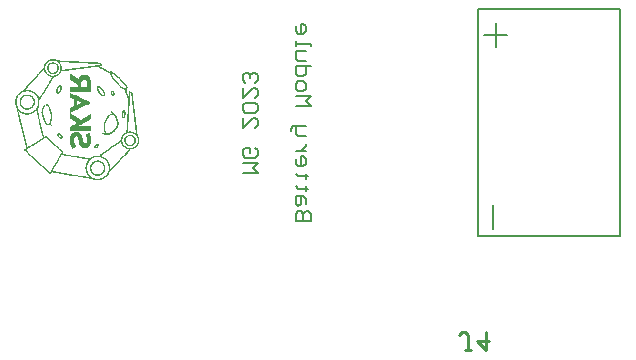
<source format=gbr>
%TF.GenerationSoftware,Altium Limited,Altium Designer,23.7.1 (13)*%
G04 Layer_Color=32896*
%FSLAX45Y45*%
%MOMM*%
%TF.SameCoordinates,30466DDA-3D0C-41F1-AC50-7AA24E5CAA7F*%
%TF.FilePolarity,Positive*%
%TF.FileFunction,Legend,Bot*%
%TF.Part,Single*%
G01*
G75*
%TA.AperFunction,NonConductor*%
%ADD14C,0.20000*%
%ADD15C,0.25400*%
G36*
X1226378Y2032234D02*
X1234449D01*
Y2028199D01*
X1262697D01*
Y2024163D01*
X1343405D01*
Y2020128D01*
X1424114D01*
Y2016092D01*
X1504823D01*
Y2012057D01*
X1585531D01*
Y2008022D01*
X1609744D01*
Y2003986D01*
X1613779D01*
Y1995915D01*
X1617815D01*
Y1987845D01*
X1621850D01*
Y1975738D01*
X1601673D01*
Y1971703D01*
X1609744D01*
Y1967667D01*
X1617815D01*
Y1963632D01*
X1625886D01*
Y1959597D01*
X1633957D01*
Y1955561D01*
X1642027D01*
Y1951526D01*
X1650098D01*
Y1947490D01*
X1654134D01*
Y1943455D01*
X1662205D01*
Y1939419D01*
X1670276D01*
Y1935384D01*
X1678346D01*
Y1931348D01*
X1690453D01*
Y1935384D01*
X1706594D01*
Y1931348D01*
X1710630D01*
Y1927313D01*
X1714665D01*
Y1923278D01*
X1722736D01*
Y1919242D01*
X1726772D01*
Y1915207D01*
X1730807D01*
Y1911171D01*
X1734842D01*
Y1907136D01*
X1738878D01*
Y1903100D01*
X1742913D01*
Y1899065D01*
X1746949D01*
Y1895029D01*
X1750984D01*
Y1890994D01*
X1755020D01*
Y1886959D01*
X1763090D01*
Y1882923D01*
X1767126D01*
Y1878888D01*
X1771161D01*
Y1874852D01*
X1775197D01*
Y1870817D01*
X1779232D01*
Y1866782D01*
X1783268D01*
Y1862746D01*
X1787303D01*
Y1858711D01*
X1791339D01*
Y1854675D01*
X1795374D01*
Y1850640D01*
X1799409D01*
Y1846604D01*
X1803445D01*
Y1842569D01*
X1807480D01*
Y1838534D01*
X1811516D01*
Y1834498D01*
X1815551D01*
Y1830463D01*
X1819586D01*
Y1826427D01*
X1823622D01*
Y1818356D01*
X1827657D01*
Y1810285D01*
X1831693D01*
Y1802215D01*
X1835728D01*
Y1790108D01*
X1831693D01*
Y1782038D01*
X1827657D01*
Y1757825D01*
X1831693D01*
Y1741683D01*
X1835728D01*
Y1733612D01*
X1839764D01*
Y1721506D01*
X1843799D01*
Y1765896D01*
X1847835D01*
Y1769931D01*
X1851870D01*
Y1765896D01*
X1859941D01*
Y1761860D01*
X1868012D01*
Y1757825D01*
X1876083D01*
Y1753789D01*
X1880118D01*
Y1721506D01*
X1884153D01*
Y1685187D01*
X1888189D01*
Y1652904D01*
X1892224D01*
Y1616585D01*
X1896260D01*
Y1580266D01*
X1900295D01*
Y1543947D01*
X1904330D01*
Y1511663D01*
X1908366D01*
Y1475345D01*
X1912402D01*
Y1439026D01*
X1916437D01*
Y1402707D01*
X1920472D01*
Y1386565D01*
X1924508D01*
Y1378494D01*
X1928543D01*
Y1370423D01*
X1932579D01*
Y1330069D01*
X1928543D01*
Y1317963D01*
X1924508D01*
Y1309892D01*
X1920472D01*
Y1305856D01*
X1916437D01*
Y1297786D01*
X1912402D01*
Y1293750D01*
X1908366D01*
Y1289715D01*
X1904330D01*
Y1285679D01*
X1896260D01*
Y1281644D01*
X1888189D01*
Y1277608D01*
X1880118D01*
Y1273573D01*
X1859941D01*
Y1265502D01*
X1855905D01*
Y1261467D01*
X1851870D01*
Y1257431D01*
X1847835D01*
Y1253396D01*
X1843799D01*
Y1249360D01*
X1839764D01*
Y1241289D01*
X1835728D01*
Y1237254D01*
X1831693D01*
Y1233219D01*
X1827657D01*
Y1229183D01*
X1823622D01*
Y1225148D01*
X1819586D01*
Y1221112D01*
X1815551D01*
Y1217077D01*
X1811516D01*
Y1213042D01*
X1807480D01*
Y1209006D01*
X1803445D01*
Y1204971D01*
X1799409D01*
Y1200935D01*
X1795374D01*
Y1196900D01*
X1791339D01*
Y1192864D01*
X1787303D01*
Y1188829D01*
X1783268D01*
Y1184793D01*
X1779232D01*
Y1180758D01*
X1775197D01*
Y1176723D01*
X1771161D01*
Y1172687D01*
X1767126D01*
Y1168652D01*
X1763090D01*
Y1164616D01*
X1759055D01*
Y1160581D01*
X1755020D01*
Y1156545D01*
X1750984D01*
Y1152510D01*
X1746949D01*
Y1148474D01*
X1742913D01*
Y1144439D01*
X1738878D01*
Y1140404D01*
X1734842D01*
Y1132333D01*
X1730807D01*
Y1128297D01*
X1726772D01*
Y1124262D01*
X1722736D01*
Y1120226D01*
X1718701D01*
Y1116191D01*
X1714665D01*
Y1112156D01*
X1710630D01*
Y1108120D01*
X1706594D01*
Y1104085D01*
X1702559D01*
Y1100049D01*
X1698523D01*
Y1096014D01*
X1694488D01*
Y1091979D01*
X1690453D01*
Y1087943D01*
X1686417D01*
Y1083908D01*
X1682382D01*
Y1079872D01*
X1678346D01*
Y1071801D01*
X1674311D01*
Y1059695D01*
X1670276D01*
Y1055660D01*
X1666240D01*
Y1051624D01*
X1662205D01*
Y1043553D01*
X1658169D01*
Y1039518D01*
X1654134D01*
Y1035482D01*
X1646063D01*
Y1031447D01*
X1642027D01*
Y1027411D01*
X1637992D01*
Y1023376D01*
X1629921D01*
Y1019341D01*
X1617815D01*
Y1015305D01*
X1605708D01*
Y1011270D01*
X1561319D01*
Y1015305D01*
X1545177D01*
Y1019341D01*
X1529035D01*
Y1023376D01*
X1504823D01*
Y1027411D01*
X1480610D01*
Y1031447D01*
X1460433D01*
Y1035482D01*
X1436220D01*
Y1039518D01*
X1412008D01*
Y1043553D01*
X1391831D01*
Y1047589D01*
X1367618D01*
Y1051624D01*
X1343405D01*
Y1055660D01*
X1323228D01*
Y1059695D01*
X1299016D01*
Y1063730D01*
X1274803D01*
Y1067766D01*
X1250590D01*
Y1071801D01*
X1230413D01*
Y1075837D01*
X1206201D01*
Y1079872D01*
X1194094D01*
Y1075837D01*
X1190059D01*
Y1067766D01*
X1186024D01*
Y1063730D01*
X1181988D01*
Y1059695D01*
X1177953D01*
Y1063730D01*
X1173917D01*
Y1067766D01*
X1169882D01*
Y1071801D01*
X1165846D01*
Y1075837D01*
X1161811D01*
Y1079872D01*
X1157775D01*
Y1083908D01*
X1153740D01*
Y1087943D01*
X1149705D01*
Y1091979D01*
X1145669D01*
Y1096014D01*
X1141634D01*
Y1100049D01*
X1133563D01*
Y1104085D01*
X1129527D01*
Y1108120D01*
X1125492D01*
Y1112156D01*
X1121456D01*
Y1116191D01*
X1117421D01*
Y1120226D01*
X1113386D01*
Y1124262D01*
X1109350D01*
Y1128297D01*
X1105315D01*
Y1132333D01*
X1101279D01*
Y1136368D01*
X1097244D01*
Y1140404D01*
X1093209D01*
Y1144439D01*
X1089173D01*
Y1148474D01*
X1085138D01*
Y1152510D01*
X1077067D01*
Y1156545D01*
X1073031D01*
Y1160581D01*
X1068996D01*
Y1164616D01*
X1064961D01*
Y1168652D01*
X1060925D01*
Y1172687D01*
X1056890D01*
Y1176723D01*
X1052854D01*
Y1180758D01*
X1048819D01*
Y1184793D01*
X1044783D01*
Y1188829D01*
X1040748D01*
Y1192864D01*
X1036712D01*
Y1196900D01*
X1032677D01*
Y1200935D01*
X1028642D01*
Y1204971D01*
X1020571D01*
Y1209006D01*
X1016535D01*
Y1213042D01*
X1012500D01*
Y1217077D01*
X1008464D01*
Y1221112D01*
X1004429D01*
Y1225148D01*
X1000393D01*
Y1229183D01*
X996358D01*
Y1233219D01*
X992323D01*
Y1237254D01*
X988287D01*
Y1241289D01*
X984252D01*
Y1245325D01*
X980216D01*
Y1249360D01*
X976181D01*
Y1253396D01*
X972146D01*
Y1257431D01*
X964075D01*
Y1261467D01*
X960039D01*
Y1265502D01*
X956004D01*
Y1273573D01*
X964075D01*
Y1277608D01*
X972146D01*
Y1281644D01*
X976181D01*
Y1293750D01*
X972146D01*
Y1309892D01*
X968110D01*
Y1326033D01*
X964075D01*
Y1342175D01*
X960039D01*
Y1358317D01*
X956004D01*
Y1374459D01*
X951968D01*
Y1394636D01*
X947933D01*
Y1410778D01*
X943898D01*
Y1426919D01*
X939862D01*
Y1443061D01*
X935827D01*
Y1459203D01*
X931791D01*
Y1475345D01*
X927756D01*
Y1491486D01*
X923720D01*
Y1507628D01*
X919685D01*
Y1527805D01*
X915649D01*
Y1543947D01*
X911614D01*
Y1560089D01*
X907579D01*
Y1576230D01*
X903543D01*
Y1592372D01*
X899508D01*
Y1608514D01*
X895472D01*
Y1624656D01*
X891437D01*
Y1636762D01*
X887402D01*
Y1648868D01*
X883366D01*
Y1697293D01*
X887402D01*
Y1713435D01*
X891437D01*
Y1721506D01*
X895472D01*
Y1729577D01*
X899508D01*
Y1733612D01*
X903543D01*
Y1737648D01*
X907579D01*
Y1745719D01*
X915649D01*
Y1749754D01*
X919685D01*
Y1753789D01*
X923720D01*
Y1757825D01*
X927756D01*
Y1761860D01*
X935827D01*
Y1765896D01*
X943898D01*
Y1769931D01*
X947933D01*
Y1773966D01*
X951968D01*
Y1778002D01*
X956004D01*
Y1782038D01*
X960039D01*
Y1786073D01*
X964075D01*
Y1790108D01*
X968110D01*
Y1794144D01*
X972146D01*
Y1798179D01*
X976181D01*
Y1806250D01*
X980216D01*
Y1810285D01*
X984252D01*
Y1814321D01*
X988287D01*
Y1818356D01*
X992323D01*
Y1822392D01*
X996358D01*
Y1826427D01*
X1000393D01*
Y1830463D01*
X1004429D01*
Y1834498D01*
X1008464D01*
Y1838534D01*
X1012500D01*
Y1842569D01*
X1016535D01*
Y1846604D01*
X1020571D01*
Y1854675D01*
X1024606D01*
Y1858711D01*
X1028642D01*
Y1862746D01*
X1032677D01*
Y1866782D01*
X1036712D01*
Y1870817D01*
X1040748D01*
Y1874852D01*
X1044783D01*
Y1878888D01*
X1048819D01*
Y1882923D01*
X1052854D01*
Y1886959D01*
X1056890D01*
Y1890994D01*
X1060925D01*
Y1895029D01*
X1064961D01*
Y1903100D01*
X1068996D01*
Y1907136D01*
X1073031D01*
Y1911171D01*
X1077067D01*
Y1915207D01*
X1081102D01*
Y1919242D01*
X1085138D01*
Y1923278D01*
X1089173D01*
Y1927313D01*
X1093209D01*
Y1931348D01*
X1097244D01*
Y1935384D01*
X1101279D01*
Y1939419D01*
X1105315D01*
Y1943455D01*
X1109350D01*
Y1951526D01*
X1113386D01*
Y1955561D01*
X1117421D01*
Y1959597D01*
X1125492D01*
Y1975738D01*
X1129527D01*
Y1991880D01*
X1133563D01*
Y1999951D01*
X1137598D01*
Y2003986D01*
X1141634D01*
Y2008022D01*
X1145669D01*
Y2016092D01*
X1149705D01*
Y2020128D01*
X1157775D01*
Y2024163D01*
X1161811D01*
Y2028199D01*
X1169882D01*
Y2032234D01*
X1181988D01*
Y2036270D01*
X1226378D01*
Y2032234D01*
D02*
G37*
%LPC*%
G36*
X1339370Y2012057D02*
X1262697D01*
Y2008022D01*
X1266732D01*
Y1999951D01*
X1270768D01*
Y1991880D01*
X1274803D01*
Y1979774D01*
X1278838D01*
Y1947490D01*
X1303051D01*
Y1951526D01*
X1335335D01*
Y1955561D01*
X1367618D01*
Y1959597D01*
X1399901D01*
Y1963632D01*
X1432185D01*
Y1967667D01*
X1464468D01*
Y1971703D01*
X1496752D01*
Y1975738D01*
X1529035D01*
Y1979774D01*
X1561319D01*
Y1983809D01*
X1593602D01*
Y1987845D01*
X1605708D01*
Y1991880D01*
X1601673D01*
Y1995915D01*
X1581496D01*
Y1999951D01*
X1500787D01*
Y2003986D01*
X1420079D01*
Y2008022D01*
X1339370D01*
Y2012057D01*
D02*
G37*
G36*
X1222342Y2024163D02*
X1181988D01*
Y2020128D01*
X1173917D01*
Y2016092D01*
X1165846D01*
Y2012057D01*
X1161811D01*
Y2008022D01*
X1153740D01*
Y1999951D01*
X1149705D01*
Y1995915D01*
X1145669D01*
Y1987845D01*
X1141634D01*
Y1975738D01*
X1137598D01*
Y1943455D01*
X1141634D01*
Y1935384D01*
X1145669D01*
Y1927313D01*
X1149705D01*
Y1919242D01*
X1153740D01*
Y1915207D01*
X1157775D01*
Y1911171D01*
X1161811D01*
Y1907136D01*
X1169882D01*
Y1903100D01*
X1177953D01*
Y1899065D01*
X1190059D01*
Y1895029D01*
X1214272D01*
Y1899065D01*
X1226378D01*
Y1903100D01*
X1234449D01*
Y1907136D01*
X1242519D01*
Y1911171D01*
X1246555D01*
Y1915207D01*
X1250590D01*
Y1919242D01*
X1254626D01*
Y1923278D01*
X1258661D01*
Y1931348D01*
X1262697D01*
Y1943455D01*
X1266732D01*
Y1979774D01*
X1262697D01*
Y1991880D01*
X1258661D01*
Y1995915D01*
X1254626D01*
Y2003986D01*
X1250590D01*
Y2008022D01*
X1246555D01*
Y2012057D01*
X1238484D01*
Y2016092D01*
X1234449D01*
Y2020128D01*
X1222342D01*
Y2024163D01*
D02*
G37*
G36*
X1706594Y1919242D02*
X1702559D01*
Y1903100D01*
X1706594D01*
Y1895029D01*
X1710630D01*
Y1886959D01*
X1714665D01*
Y1878888D01*
X1718701D01*
Y1874852D01*
X1722736D01*
Y1870817D01*
X1726772D01*
Y1866782D01*
X1730807D01*
Y1862746D01*
X1734842D01*
Y1858711D01*
X1738878D01*
Y1854675D01*
X1742913D01*
Y1850640D01*
X1746949D01*
Y1842569D01*
X1750984D01*
Y1838534D01*
X1755020D01*
Y1834498D01*
X1759055D01*
Y1826427D01*
X1763090D01*
Y1822392D01*
X1767126D01*
Y1818356D01*
X1771161D01*
Y1814321D01*
X1775197D01*
Y1810285D01*
X1779232D01*
Y1806250D01*
X1783268D01*
Y1802215D01*
X1787303D01*
Y1798179D01*
X1795374D01*
Y1794144D01*
X1803445D01*
Y1790108D01*
X1819586D01*
Y1794144D01*
X1823622D01*
Y1798179D01*
X1819586D01*
Y1810285D01*
X1815551D01*
Y1814321D01*
X1811516D01*
Y1822392D01*
X1807480D01*
Y1826427D01*
X1803445D01*
Y1830463D01*
X1799409D01*
Y1834498D01*
X1795374D01*
Y1838534D01*
X1791339D01*
Y1842569D01*
X1787303D01*
Y1846604D01*
X1783268D01*
Y1850640D01*
X1779232D01*
Y1854675D01*
X1775197D01*
Y1858711D01*
X1771161D01*
Y1862746D01*
X1767126D01*
Y1866782D01*
X1763090D01*
Y1870817D01*
X1759055D01*
Y1874852D01*
X1750984D01*
Y1878888D01*
X1746949D01*
Y1882923D01*
X1742913D01*
Y1886959D01*
X1738878D01*
Y1890994D01*
X1734842D01*
Y1895029D01*
X1730807D01*
Y1899065D01*
X1726772D01*
Y1903100D01*
X1722736D01*
Y1907136D01*
X1718701D01*
Y1911171D01*
X1710630D01*
Y1915207D01*
X1706594D01*
Y1919242D01*
D02*
G37*
G36*
X972146Y1778002D02*
X968110D01*
Y1773966D01*
X972146D01*
Y1778002D01*
D02*
G37*
G36*
X1125492Y1947490D02*
X1121456D01*
Y1939419D01*
X1117421D01*
Y1935384D01*
X1113386D01*
Y1931348D01*
X1109350D01*
Y1927313D01*
X1105315D01*
Y1923278D01*
X1101279D01*
Y1919242D01*
X1097244D01*
Y1915207D01*
X1093209D01*
Y1911171D01*
X1089173D01*
Y1907136D01*
X1085138D01*
Y1903100D01*
X1081102D01*
Y1899065D01*
X1077067D01*
Y1890994D01*
X1073031D01*
Y1886959D01*
X1068996D01*
Y1882923D01*
X1064961D01*
Y1878888D01*
X1060925D01*
Y1874852D01*
X1056890D01*
Y1870817D01*
X1052854D01*
Y1866782D01*
X1048819D01*
Y1862746D01*
X1044783D01*
Y1858711D01*
X1040748D01*
Y1854675D01*
X1036712D01*
Y1850640D01*
X1032677D01*
Y1842569D01*
X1028642D01*
Y1838534D01*
X1024606D01*
Y1834498D01*
X1020571D01*
Y1830463D01*
X1016535D01*
Y1826427D01*
X1012500D01*
Y1822392D01*
X1008464D01*
Y1818356D01*
X1004429D01*
Y1814321D01*
X1000393D01*
Y1810285D01*
X996358D01*
Y1806250D01*
X992323D01*
Y1802215D01*
X988287D01*
Y1794144D01*
X984252D01*
Y1790108D01*
X980216D01*
Y1786073D01*
X976181D01*
Y1782038D01*
X972146D01*
Y1778002D01*
X1000393D01*
Y1773966D01*
X1020571D01*
Y1769931D01*
X1028642D01*
Y1765896D01*
X1036712D01*
Y1761860D01*
X1044783D01*
Y1757825D01*
X1048819D01*
Y1753789D01*
X1052854D01*
Y1749754D01*
X1060925D01*
Y1745719D01*
X1064961D01*
Y1741683D01*
X1068996D01*
Y1733612D01*
X1073031D01*
Y1729577D01*
X1077067D01*
Y1721506D01*
X1081102D01*
Y1713435D01*
X1085138D01*
Y1705364D01*
X1089173D01*
Y1713435D01*
X1093209D01*
Y1717471D01*
X1097244D01*
Y1725541D01*
X1101279D01*
Y1729577D01*
X1105315D01*
Y1737648D01*
X1109350D01*
Y1745719D01*
X1113386D01*
Y1749754D01*
X1117421D01*
Y1757825D01*
X1121456D01*
Y1761860D01*
X1125492D01*
Y1769931D01*
X1129527D01*
Y1778002D01*
X1133563D01*
Y1782038D01*
X1137598D01*
Y1790108D01*
X1141634D01*
Y1798179D01*
X1145669D01*
Y1802215D01*
X1149705D01*
Y1810285D01*
X1153740D01*
Y1814321D01*
X1157775D01*
Y1822392D01*
X1161811D01*
Y1830463D01*
X1165846D01*
Y1834498D01*
X1169882D01*
Y1842569D01*
X1173917D01*
Y1850640D01*
X1177953D01*
Y1854675D01*
X1181988D01*
Y1862746D01*
X1186024D01*
Y1866782D01*
X1190059D01*
Y1874852D01*
X1194094D01*
Y1886959D01*
X1177953D01*
Y1890994D01*
X1165846D01*
Y1895029D01*
X1161811D01*
Y1899065D01*
X1153740D01*
Y1903100D01*
X1149705D01*
Y1907136D01*
X1145669D01*
Y1911171D01*
X1141634D01*
Y1919242D01*
X1137598D01*
Y1923278D01*
X1133563D01*
Y1931348D01*
X1129527D01*
Y1943455D01*
X1125492D01*
Y1947490D01*
D02*
G37*
G36*
X1004429Y1765896D02*
X972146D01*
Y1761860D01*
X956004D01*
Y1757825D01*
X943898D01*
Y1753789D01*
X939862D01*
Y1749754D01*
X931791D01*
Y1745719D01*
X927756D01*
Y1741683D01*
X923720D01*
Y1737648D01*
X919685D01*
Y1733612D01*
X915649D01*
Y1729577D01*
X911614D01*
Y1725541D01*
X907579D01*
Y1717471D01*
X903543D01*
Y1709400D01*
X899508D01*
Y1697293D01*
X895472D01*
Y1648868D01*
X899508D01*
Y1636762D01*
X903543D01*
Y1628691D01*
X907579D01*
Y1620620D01*
X911614D01*
Y1616585D01*
X915649D01*
Y1612549D01*
X919685D01*
Y1608514D01*
X923720D01*
Y1604478D01*
X927756D01*
Y1600443D01*
X931791D01*
Y1596408D01*
X935827D01*
Y1592372D01*
X943898D01*
Y1588337D01*
X956004D01*
Y1584301D01*
X968110D01*
Y1580266D01*
X1004429D01*
Y1584301D01*
X1016535D01*
Y1588337D01*
X1028642D01*
Y1592372D01*
X1036712D01*
Y1596408D01*
X1040748D01*
Y1600443D01*
X1044783D01*
Y1604478D01*
X1052854D01*
Y1608514D01*
X1056890D01*
Y1616585D01*
X1060925D01*
Y1620620D01*
X1064961D01*
Y1628691D01*
X1068996D01*
Y1636762D01*
X1073031D01*
Y1644833D01*
X1077067D01*
Y1701329D01*
X1073031D01*
Y1709400D01*
X1068996D01*
Y1717471D01*
X1064961D01*
Y1725541D01*
X1060925D01*
Y1729577D01*
X1056890D01*
Y1733612D01*
X1052854D01*
Y1741683D01*
X1044783D01*
Y1745719D01*
X1040748D01*
Y1749754D01*
X1036712D01*
Y1753789D01*
X1028642D01*
Y1757825D01*
X1020571D01*
Y1761860D01*
X1004429D01*
Y1765896D01*
D02*
G37*
G36*
X1064961Y1596408D02*
X1052854D01*
Y1592372D01*
X1048819D01*
Y1588337D01*
X1044783D01*
Y1584301D01*
X1036712D01*
Y1580266D01*
X1028642D01*
Y1576230D01*
X1020571D01*
Y1572195D01*
X1004429D01*
Y1568159D01*
X968110D01*
Y1572195D01*
X951968D01*
Y1576230D01*
X943898D01*
Y1580266D01*
X935827D01*
Y1584301D01*
X927756D01*
Y1588337D01*
X923720D01*
Y1592372D01*
X919685D01*
Y1596408D01*
X911614D01*
Y1592372D01*
X915649D01*
Y1576230D01*
X919685D01*
Y1560089D01*
X923720D01*
Y1543947D01*
X927756D01*
Y1527805D01*
X931791D01*
Y1511663D01*
X935827D01*
Y1495522D01*
X939862D01*
Y1479380D01*
X943898D01*
Y1459203D01*
X947933D01*
Y1443061D01*
X951968D01*
Y1426919D01*
X956004D01*
Y1410778D01*
X960039D01*
Y1394636D01*
X964075D01*
Y1378494D01*
X968110D01*
Y1362352D01*
X972146D01*
Y1346211D01*
X976181D01*
Y1330069D01*
X980216D01*
Y1309892D01*
X984252D01*
Y1293750D01*
X988287D01*
Y1289715D01*
X992323D01*
Y1293750D01*
X996358D01*
Y1297786D01*
X1004429D01*
Y1301821D01*
X1012500D01*
Y1305856D01*
X1016535D01*
Y1309892D01*
X1024606D01*
Y1313927D01*
X1028642D01*
Y1317963D01*
X1036712D01*
Y1321998D01*
X1044783D01*
Y1326033D01*
X1048819D01*
Y1330069D01*
X1056890D01*
Y1334105D01*
X1060925D01*
Y1338140D01*
X1068996D01*
Y1342175D01*
X1077067D01*
Y1346211D01*
X1081102D01*
Y1350246D01*
X1089173D01*
Y1354282D01*
X1097244D01*
Y1358317D01*
X1101279D01*
Y1362352D01*
X1109350D01*
Y1366388D01*
X1113386D01*
Y1370423D01*
X1117421D01*
Y1382530D01*
X1113386D01*
Y1398671D01*
X1109350D01*
Y1414813D01*
X1105315D01*
Y1430955D01*
X1101279D01*
Y1447096D01*
X1097244D01*
Y1463238D01*
X1093209D01*
Y1479380D01*
X1089173D01*
Y1495522D01*
X1085138D01*
Y1515699D01*
X1081102D01*
Y1531841D01*
X1077067D01*
Y1547982D01*
X1073031D01*
Y1564124D01*
X1068996D01*
Y1580266D01*
X1064961D01*
Y1596408D01*
D02*
G37*
G36*
X1859941Y1753789D02*
X1855905D01*
Y1705364D01*
X1851870D01*
Y1636762D01*
X1847835D01*
Y1568159D01*
X1843799D01*
Y1503593D01*
X1839764D01*
Y1434990D01*
X1835728D01*
Y1422884D01*
X1847835D01*
Y1426919D01*
X1868012D01*
Y1422884D01*
X1884153D01*
Y1418849D01*
X1892224D01*
Y1414813D01*
X1900295D01*
Y1410778D01*
X1904330D01*
Y1439026D01*
X1900295D01*
Y1475345D01*
X1896260D01*
Y1507628D01*
X1892224D01*
Y1543947D01*
X1888189D01*
Y1580266D01*
X1884153D01*
Y1616585D01*
X1880118D01*
Y1648868D01*
X1876083D01*
Y1685187D01*
X1872047D01*
Y1721506D01*
X1868012D01*
Y1749754D01*
X1859941D01*
Y1753789D01*
D02*
G37*
G36*
X1868012Y1414813D02*
X1847835D01*
Y1410778D01*
X1831693D01*
Y1406742D01*
X1823622D01*
Y1402707D01*
X1815551D01*
Y1398671D01*
X1811516D01*
Y1394636D01*
X1807480D01*
Y1390600D01*
X1803445D01*
Y1382530D01*
X1799409D01*
Y1374459D01*
X1795374D01*
Y1362352D01*
X1791339D01*
Y1334105D01*
X1795374D01*
Y1321998D01*
X1799409D01*
Y1313927D01*
X1803445D01*
Y1309892D01*
X1807480D01*
Y1301821D01*
X1811516D01*
Y1297786D01*
X1819586D01*
Y1293750D01*
X1823622D01*
Y1289715D01*
X1831693D01*
Y1285679D01*
X1880118D01*
Y1289715D01*
X1888189D01*
Y1293750D01*
X1896260D01*
Y1297786D01*
X1900295D01*
Y1301821D01*
X1904330D01*
Y1305856D01*
X1908366D01*
Y1313927D01*
X1912402D01*
Y1317963D01*
X1916437D01*
Y1330069D01*
X1920472D01*
Y1366388D01*
X1916437D01*
Y1378494D01*
X1912402D01*
Y1386565D01*
X1908366D01*
Y1390600D01*
X1904330D01*
Y1394636D01*
X1900295D01*
Y1398671D01*
X1896260D01*
Y1402707D01*
X1888189D01*
Y1406742D01*
X1880118D01*
Y1410778D01*
X1868012D01*
Y1414813D01*
D02*
G37*
G36*
X1577460Y1971703D02*
X1561319D01*
Y1967667D01*
X1529035D01*
Y1963632D01*
X1496752D01*
Y1959597D01*
X1464468D01*
Y1955561D01*
X1432185D01*
Y1951526D01*
X1399901D01*
Y1947490D01*
X1367618D01*
Y1943455D01*
X1335335D01*
Y1939419D01*
X1303051D01*
Y1935384D01*
X1274803D01*
Y1931348D01*
X1270768D01*
Y1923278D01*
X1266732D01*
Y1915207D01*
X1262697D01*
Y1911171D01*
X1258661D01*
Y1907136D01*
X1254626D01*
Y1903100D01*
X1250590D01*
Y1899065D01*
X1246555D01*
Y1895029D01*
X1238484D01*
Y1890994D01*
X1230413D01*
Y1886959D01*
X1214272D01*
Y1882923D01*
X1210236D01*
Y1878888D01*
X1206201D01*
Y1870817D01*
X1202165D01*
Y1866782D01*
X1198130D01*
Y1858711D01*
X1194094D01*
Y1854675D01*
X1190059D01*
Y1846604D01*
X1186024D01*
Y1838534D01*
X1181988D01*
Y1834498D01*
X1177953D01*
Y1826427D01*
X1173917D01*
Y1818356D01*
X1169882D01*
Y1814321D01*
X1165846D01*
Y1806250D01*
X1161811D01*
Y1802215D01*
X1157775D01*
Y1794144D01*
X1153740D01*
Y1786073D01*
X1149705D01*
Y1782038D01*
X1145669D01*
Y1773966D01*
X1141634D01*
Y1769931D01*
X1137598D01*
Y1761860D01*
X1133563D01*
Y1753789D01*
X1129527D01*
Y1749754D01*
X1125492D01*
Y1741683D01*
X1121456D01*
Y1733612D01*
X1117421D01*
Y1729577D01*
X1113386D01*
Y1721506D01*
X1109350D01*
Y1717471D01*
X1105315D01*
Y1709400D01*
X1101279D01*
Y1701329D01*
X1097244D01*
Y1697293D01*
X1093209D01*
Y1689222D01*
X1089173D01*
Y1644833D01*
X1085138D01*
Y1632726D01*
X1081102D01*
Y1624656D01*
X1077067D01*
Y1620620D01*
X1073031D01*
Y1596408D01*
X1077067D01*
Y1580266D01*
X1081102D01*
Y1564124D01*
X1085138D01*
Y1547982D01*
X1089173D01*
Y1531841D01*
X1093209D01*
Y1515699D01*
X1097244D01*
Y1499557D01*
X1101279D01*
Y1483415D01*
X1105315D01*
Y1463238D01*
X1109350D01*
Y1447096D01*
X1113386D01*
Y1430955D01*
X1117421D01*
Y1414813D01*
X1121456D01*
Y1398671D01*
X1125492D01*
Y1382530D01*
X1129527D01*
Y1378494D01*
X1133563D01*
Y1382530D01*
X1141634D01*
Y1386565D01*
X1145669D01*
Y1382530D01*
X1153740D01*
Y1378494D01*
X1157775D01*
Y1374459D01*
X1161811D01*
Y1370423D01*
X1165846D01*
Y1366388D01*
X1169882D01*
Y1362352D01*
X1173917D01*
Y1358317D01*
X1177953D01*
Y1354282D01*
X1181988D01*
Y1350246D01*
X1186024D01*
Y1346211D01*
X1190059D01*
Y1342175D01*
X1194094D01*
Y1338140D01*
X1198130D01*
Y1334105D01*
X1202165D01*
Y1330069D01*
X1210236D01*
Y1326033D01*
X1214272D01*
Y1321998D01*
X1218307D01*
Y1317963D01*
X1222342D01*
Y1313927D01*
X1226378D01*
Y1309892D01*
X1230413D01*
Y1305856D01*
X1234449D01*
Y1301821D01*
X1238484D01*
Y1297786D01*
X1242519D01*
Y1293750D01*
X1246555D01*
Y1289715D01*
X1250590D01*
Y1285679D01*
X1254626D01*
Y1281644D01*
X1258661D01*
Y1277608D01*
X1266732D01*
Y1273573D01*
X1270768D01*
Y1269537D01*
X1274803D01*
Y1265502D01*
X1278838D01*
Y1261467D01*
X1282874D01*
Y1257431D01*
X1286909D01*
Y1253396D01*
X1290945D01*
Y1245325D01*
X1286909D01*
Y1237254D01*
X1290945D01*
Y1233219D01*
X1315157D01*
Y1229183D01*
X1335335D01*
Y1225148D01*
X1359547D01*
Y1221112D01*
X1383760D01*
Y1217077D01*
X1403937D01*
Y1213042D01*
X1428150D01*
Y1209006D01*
X1452362D01*
Y1204971D01*
X1472539D01*
Y1200935D01*
X1496752D01*
Y1196900D01*
X1520964D01*
Y1200935D01*
X1525000D01*
Y1204971D01*
X1533071D01*
Y1209006D01*
X1541142D01*
Y1213042D01*
X1553248D01*
Y1217077D01*
X1577460D01*
Y1221112D01*
X1597638D01*
Y1225148D01*
X1601673D01*
Y1229183D01*
X1605708D01*
Y1233219D01*
X1613779D01*
Y1237254D01*
X1617815D01*
Y1241289D01*
X1625886D01*
Y1245325D01*
X1629921D01*
Y1249360D01*
X1637992D01*
Y1253396D01*
X1642027D01*
Y1257431D01*
X1646063D01*
Y1261467D01*
X1654134D01*
Y1265502D01*
X1658169D01*
Y1269537D01*
X1666240D01*
Y1273573D01*
X1670276D01*
Y1277608D01*
X1674311D01*
Y1281644D01*
X1682382D01*
Y1285679D01*
X1686417D01*
Y1289715D01*
X1694488D01*
Y1293750D01*
X1698523D01*
Y1297786D01*
X1702559D01*
Y1301821D01*
X1710630D01*
Y1305856D01*
X1714665D01*
Y1309892D01*
X1722736D01*
Y1313927D01*
X1726772D01*
Y1317963D01*
X1734842D01*
Y1321998D01*
X1738878D01*
Y1326033D01*
X1742913D01*
Y1330069D01*
X1750984D01*
Y1334105D01*
X1755020D01*
Y1338140D01*
X1763090D01*
Y1342175D01*
X1767126D01*
Y1346211D01*
X1771161D01*
Y1350246D01*
X1779232D01*
Y1366388D01*
X1783268D01*
Y1378494D01*
X1787303D01*
Y1386565D01*
X1791339D01*
Y1394636D01*
X1795374D01*
Y1398671D01*
X1799409D01*
Y1402707D01*
X1803445D01*
Y1406742D01*
X1807480D01*
Y1410778D01*
X1815551D01*
Y1414813D01*
X1819586D01*
Y1418849D01*
X1823622D01*
Y1439026D01*
X1827657D01*
Y1503593D01*
X1831693D01*
Y1572195D01*
X1835728D01*
Y1636762D01*
X1839764D01*
Y1697293D01*
X1835728D01*
Y1709400D01*
X1831693D01*
Y1721506D01*
X1827657D01*
Y1733612D01*
X1823622D01*
Y1741683D01*
X1819586D01*
Y1753789D01*
X1815551D01*
Y1778002D01*
X1803445D01*
Y1782038D01*
X1791339D01*
Y1786073D01*
X1787303D01*
Y1790108D01*
X1779232D01*
Y1794144D01*
X1775197D01*
Y1798179D01*
X1771161D01*
Y1802215D01*
X1767126D01*
Y1806250D01*
X1763090D01*
Y1810285D01*
X1759055D01*
Y1814321D01*
X1755020D01*
Y1818356D01*
X1750984D01*
Y1826427D01*
X1746949D01*
Y1830463D01*
X1742913D01*
Y1834498D01*
X1738878D01*
Y1838534D01*
X1734842D01*
Y1846604D01*
X1730807D01*
Y1850640D01*
X1726772D01*
Y1854675D01*
X1722736D01*
Y1858711D01*
X1714665D01*
Y1866782D01*
X1710630D01*
Y1870817D01*
X1706594D01*
Y1874852D01*
X1702559D01*
Y1882923D01*
X1698523D01*
Y1890994D01*
X1694488D01*
Y1903100D01*
X1690453D01*
Y1919242D01*
X1678346D01*
Y1923278D01*
X1670276D01*
Y1927313D01*
X1658169D01*
Y1931348D01*
X1654134D01*
Y1935384D01*
X1646063D01*
Y1939419D01*
X1637992D01*
Y1943455D01*
X1633957D01*
Y1947490D01*
X1625886D01*
Y1951526D01*
X1617815D01*
Y1955561D01*
X1605708D01*
Y1959597D01*
X1597638D01*
Y1963632D01*
X1589567D01*
Y1967667D01*
X1577460D01*
Y1971703D01*
D02*
G37*
G36*
X1779232Y1338140D02*
X1775197D01*
Y1334105D01*
X1771161D01*
Y1330069D01*
X1763090D01*
Y1326033D01*
X1759055D01*
Y1321998D01*
X1755020D01*
Y1317963D01*
X1746949D01*
Y1313927D01*
X1742913D01*
Y1309892D01*
X1734842D01*
Y1305856D01*
X1730807D01*
Y1301821D01*
X1726772D01*
Y1297786D01*
X1718701D01*
Y1293750D01*
X1714665D01*
Y1289715D01*
X1706594D01*
Y1285679D01*
X1702559D01*
Y1281644D01*
X1698523D01*
Y1277608D01*
X1690453D01*
Y1273573D01*
X1686417D01*
Y1269537D01*
X1678346D01*
Y1265502D01*
X1674311D01*
Y1261467D01*
X1666240D01*
Y1257431D01*
X1662205D01*
Y1253396D01*
X1658169D01*
Y1249360D01*
X1650098D01*
Y1245325D01*
X1646063D01*
Y1241289D01*
X1637992D01*
Y1237254D01*
X1633957D01*
Y1233219D01*
X1629921D01*
Y1229183D01*
X1621850D01*
Y1225148D01*
X1617815D01*
Y1221112D01*
X1609744D01*
Y1213042D01*
X1621850D01*
Y1209006D01*
X1629921D01*
Y1204971D01*
X1637992D01*
Y1200935D01*
X1646063D01*
Y1196900D01*
X1650098D01*
Y1192864D01*
X1654134D01*
Y1188829D01*
X1658169D01*
Y1184793D01*
X1662205D01*
Y1180758D01*
X1666240D01*
Y1172687D01*
X1670276D01*
Y1168652D01*
X1674311D01*
Y1160581D01*
X1678346D01*
Y1152510D01*
X1682382D01*
Y1136368D01*
X1686417D01*
Y1104085D01*
X1690453D01*
Y1108120D01*
X1694488D01*
Y1112156D01*
X1698523D01*
Y1116191D01*
X1702559D01*
Y1120226D01*
X1706594D01*
Y1124262D01*
X1710630D01*
Y1132333D01*
X1714665D01*
Y1136368D01*
X1718701D01*
Y1140404D01*
X1722736D01*
Y1144439D01*
X1726772D01*
Y1148474D01*
X1730807D01*
Y1152510D01*
X1734842D01*
Y1156545D01*
X1738878D01*
Y1160581D01*
X1742913D01*
Y1164616D01*
X1746949D01*
Y1168652D01*
X1750984D01*
Y1172687D01*
X1755020D01*
Y1176723D01*
X1759055D01*
Y1180758D01*
X1763090D01*
Y1184793D01*
X1767126D01*
Y1188829D01*
X1771161D01*
Y1192864D01*
X1775197D01*
Y1196900D01*
X1779232D01*
Y1200935D01*
X1783268D01*
Y1204971D01*
X1787303D01*
Y1209006D01*
X1791339D01*
Y1213042D01*
X1795374D01*
Y1217077D01*
X1799409D01*
Y1221112D01*
X1803445D01*
Y1225148D01*
X1807480D01*
Y1229183D01*
X1811516D01*
Y1233219D01*
X1815551D01*
Y1241289D01*
X1819586D01*
Y1245325D01*
X1823622D01*
Y1249360D01*
X1827657D01*
Y1253396D01*
X1831693D01*
Y1257431D01*
X1835728D01*
Y1261467D01*
X1839764D01*
Y1265502D01*
X1843799D01*
Y1269537D01*
X1847835D01*
Y1273573D01*
X1831693D01*
Y1277608D01*
X1823622D01*
Y1281644D01*
X1815551D01*
Y1285679D01*
X1811516D01*
Y1289715D01*
X1803445D01*
Y1293750D01*
X1799409D01*
Y1297786D01*
X1795374D01*
Y1305856D01*
X1791339D01*
Y1309892D01*
X1787303D01*
Y1317963D01*
X1783268D01*
Y1334105D01*
X1779232D01*
Y1338140D01*
D02*
G37*
G36*
X1145669Y1370423D02*
X1137598D01*
Y1366388D01*
X1129527D01*
Y1362352D01*
X1125492D01*
Y1358317D01*
X1117421D01*
Y1354282D01*
X1109350D01*
Y1350246D01*
X1105315D01*
Y1346211D01*
X1097244D01*
Y1342175D01*
X1093209D01*
Y1338140D01*
X1085138D01*
Y1334105D01*
X1077067D01*
Y1330069D01*
X1073031D01*
Y1326033D01*
X1064961D01*
Y1321998D01*
X1060925D01*
Y1317963D01*
X1052854D01*
Y1313927D01*
X1044783D01*
Y1309892D01*
X1040748D01*
Y1305856D01*
X1032677D01*
Y1301821D01*
X1024606D01*
Y1297786D01*
X1020571D01*
Y1293750D01*
X1012500D01*
Y1289715D01*
X1008464D01*
Y1285679D01*
X1000393D01*
Y1281644D01*
X992323D01*
Y1277608D01*
X988287D01*
Y1273573D01*
X980216D01*
Y1269537D01*
X976181D01*
Y1265502D01*
X980216D01*
Y1261467D01*
X984252D01*
Y1257431D01*
X988287D01*
Y1253396D01*
X992323D01*
Y1249360D01*
X996358D01*
Y1245325D01*
X1000393D01*
Y1241289D01*
X1004429D01*
Y1237254D01*
X1008464D01*
Y1233219D01*
X1012500D01*
Y1229183D01*
X1016535D01*
Y1225148D01*
X1020571D01*
Y1221112D01*
X1024606D01*
Y1217077D01*
X1032677D01*
Y1213042D01*
X1036712D01*
Y1209006D01*
X1040748D01*
Y1204971D01*
X1044783D01*
Y1200935D01*
X1048819D01*
Y1196900D01*
X1052854D01*
Y1192864D01*
X1056890D01*
Y1188829D01*
X1060925D01*
Y1184793D01*
X1064961D01*
Y1180758D01*
X1068996D01*
Y1176723D01*
X1073031D01*
Y1172687D01*
X1077067D01*
Y1168652D01*
X1081102D01*
Y1164616D01*
X1089173D01*
Y1160581D01*
X1093209D01*
Y1156545D01*
X1097244D01*
Y1152510D01*
X1101279D01*
Y1148474D01*
X1105315D01*
Y1144439D01*
X1109350D01*
Y1140404D01*
X1113386D01*
Y1136368D01*
X1117421D01*
Y1132333D01*
X1121456D01*
Y1128297D01*
X1125492D01*
Y1124262D01*
X1129527D01*
Y1120226D01*
X1133563D01*
Y1116191D01*
X1141634D01*
Y1112156D01*
X1145669D01*
Y1108120D01*
X1149705D01*
Y1104085D01*
X1153740D01*
Y1100049D01*
X1157775D01*
Y1096014D01*
X1161811D01*
Y1091979D01*
X1165846D01*
Y1087943D01*
X1169882D01*
Y1083908D01*
X1173917D01*
Y1079872D01*
X1181988D01*
Y1083908D01*
X1186024D01*
Y1091979D01*
X1190059D01*
Y1100049D01*
X1194094D01*
Y1108120D01*
X1198130D01*
Y1112156D01*
X1202165D01*
Y1120226D01*
X1206201D01*
Y1128297D01*
X1210236D01*
Y1136368D01*
X1214272D01*
Y1140404D01*
X1218307D01*
Y1148474D01*
X1222342D01*
Y1156545D01*
X1226378D01*
Y1164616D01*
X1230413D01*
Y1168652D01*
X1234449D01*
Y1176723D01*
X1238484D01*
Y1184793D01*
X1242519D01*
Y1192864D01*
X1246555D01*
Y1196900D01*
X1250590D01*
Y1204971D01*
X1254626D01*
Y1213042D01*
X1258661D01*
Y1217077D01*
X1262697D01*
Y1225148D01*
X1266732D01*
Y1233219D01*
X1270768D01*
Y1241289D01*
X1274803D01*
Y1245325D01*
X1278838D01*
Y1249360D01*
X1274803D01*
Y1253396D01*
X1270768D01*
Y1257431D01*
X1266732D01*
Y1261467D01*
X1262697D01*
Y1265502D01*
X1254626D01*
Y1269537D01*
X1250590D01*
Y1273573D01*
X1246555D01*
Y1277608D01*
X1242519D01*
Y1281644D01*
X1238484D01*
Y1285679D01*
X1234449D01*
Y1289715D01*
X1230413D01*
Y1293750D01*
X1226378D01*
Y1297786D01*
X1222342D01*
Y1301821D01*
X1218307D01*
Y1305856D01*
X1214272D01*
Y1309892D01*
X1210236D01*
Y1313927D01*
X1206201D01*
Y1317963D01*
X1198130D01*
Y1321998D01*
X1194094D01*
Y1326033D01*
X1190059D01*
Y1330069D01*
X1186024D01*
Y1334105D01*
X1181988D01*
Y1338140D01*
X1177953D01*
Y1342175D01*
X1173917D01*
Y1346211D01*
X1169882D01*
Y1350246D01*
X1165846D01*
Y1354282D01*
X1161811D01*
Y1358317D01*
X1157775D01*
Y1362352D01*
X1153740D01*
Y1366388D01*
X1145669D01*
Y1370423D01*
D02*
G37*
G36*
X1294980Y1225148D02*
X1274803D01*
Y1217077D01*
X1270768D01*
Y1209006D01*
X1266732D01*
Y1200935D01*
X1262697D01*
Y1196900D01*
X1258661D01*
Y1188829D01*
X1254626D01*
Y1180758D01*
X1250590D01*
Y1172687D01*
X1246555D01*
Y1168652D01*
X1242519D01*
Y1160581D01*
X1238484D01*
Y1152510D01*
X1234449D01*
Y1148474D01*
X1230413D01*
Y1140404D01*
X1226378D01*
Y1132333D01*
X1222342D01*
Y1124262D01*
X1218307D01*
Y1120226D01*
X1214272D01*
Y1112156D01*
X1210236D01*
Y1104085D01*
X1206201D01*
Y1096014D01*
X1202165D01*
Y1091979D01*
X1206201D01*
Y1087943D01*
X1230413D01*
Y1083908D01*
X1254626D01*
Y1079872D01*
X1274803D01*
Y1075837D01*
X1299016D01*
Y1071801D01*
X1323228D01*
Y1067766D01*
X1343405D01*
Y1063730D01*
X1367618D01*
Y1059695D01*
X1391831D01*
Y1055660D01*
X1412008D01*
Y1051624D01*
X1436220D01*
Y1047589D01*
X1460433D01*
Y1043553D01*
X1484645D01*
Y1039518D01*
X1504823D01*
Y1035482D01*
X1512894D01*
Y1039518D01*
X1508858D01*
Y1043553D01*
X1504823D01*
Y1047589D01*
X1500787D01*
Y1051624D01*
X1496752D01*
Y1059695D01*
X1492716D01*
Y1063730D01*
X1488681D01*
Y1071801D01*
X1484645D01*
Y1083908D01*
X1480610D01*
Y1104085D01*
X1476575D01*
Y1124262D01*
X1480610D01*
Y1144439D01*
X1484645D01*
Y1156545D01*
X1488681D01*
Y1164616D01*
X1492716D01*
Y1172687D01*
X1496752D01*
Y1176723D01*
X1500787D01*
Y1180758D01*
X1504823D01*
Y1184793D01*
X1496752D01*
Y1188829D01*
X1472539D01*
Y1192864D01*
X1452362D01*
Y1196900D01*
X1428150D01*
Y1200935D01*
X1407972D01*
Y1204971D01*
X1383760D01*
Y1209006D01*
X1359547D01*
Y1213042D01*
X1339370D01*
Y1217077D01*
X1315157D01*
Y1221112D01*
X1294980D01*
Y1225148D01*
D02*
G37*
G36*
X1585531Y1209006D02*
X1577460D01*
Y1204971D01*
X1553248D01*
Y1200935D01*
X1545177D01*
Y1196900D01*
X1537106D01*
Y1192864D01*
X1529035D01*
Y1188829D01*
X1525000D01*
Y1184793D01*
X1520964D01*
Y1180758D01*
X1516929D01*
Y1176723D01*
X1512894D01*
Y1172687D01*
X1508858D01*
Y1168652D01*
X1504823D01*
Y1160581D01*
X1500787D01*
Y1152510D01*
X1496752D01*
Y1144439D01*
X1492716D01*
Y1124262D01*
X1488681D01*
Y1104085D01*
X1492716D01*
Y1087943D01*
X1496752D01*
Y1075837D01*
X1500787D01*
Y1067766D01*
X1504823D01*
Y1059695D01*
X1508858D01*
Y1055660D01*
X1512894D01*
Y1051624D01*
X1516929D01*
Y1047589D01*
X1520964D01*
Y1043553D01*
X1525000D01*
Y1039518D01*
X1533071D01*
Y1035482D01*
X1537106D01*
Y1031447D01*
X1545177D01*
Y1027411D01*
X1561319D01*
Y1023376D01*
X1605708D01*
Y1027411D01*
X1617815D01*
Y1031447D01*
X1625886D01*
Y1035482D01*
X1633957D01*
Y1039518D01*
X1637992D01*
Y1043553D01*
X1642027D01*
Y1047589D01*
X1650098D01*
Y1051624D01*
X1654134D01*
Y1059695D01*
X1658169D01*
Y1063730D01*
X1662205D01*
Y1071801D01*
X1666240D01*
Y1079872D01*
X1670276D01*
Y1091979D01*
X1674311D01*
Y1136368D01*
X1670276D01*
Y1148474D01*
X1666240D01*
Y1156545D01*
X1662205D01*
Y1164616D01*
X1658169D01*
Y1172687D01*
X1654134D01*
Y1176723D01*
X1650098D01*
Y1180758D01*
X1646063D01*
Y1184793D01*
X1642027D01*
Y1188829D01*
X1633957D01*
Y1192864D01*
X1629921D01*
Y1196900D01*
X1621850D01*
Y1200935D01*
X1609744D01*
Y1204971D01*
X1585531D01*
Y1209006D01*
D02*
G37*
%LPD*%
G36*
X1210236Y2008022D02*
X1222342D01*
Y2003986D01*
X1230413D01*
Y1999951D01*
X1234449D01*
Y1995915D01*
X1238484D01*
Y1991880D01*
X1242519D01*
Y1987845D01*
X1246555D01*
Y1979774D01*
X1250590D01*
Y1943455D01*
X1246555D01*
Y1935384D01*
X1242519D01*
Y1927313D01*
X1238484D01*
Y1923278D01*
X1234449D01*
Y1919242D01*
X1226378D01*
Y1915207D01*
X1214272D01*
Y1911171D01*
X1190059D01*
Y1915207D01*
X1177953D01*
Y1919242D01*
X1173917D01*
Y1923278D01*
X1169882D01*
Y1927313D01*
X1165846D01*
Y1931348D01*
X1161811D01*
Y1935384D01*
X1157775D01*
Y1943455D01*
X1153740D01*
Y1975738D01*
X1157775D01*
Y1983809D01*
X1161811D01*
Y1991880D01*
X1165846D01*
Y1995915D01*
X1169882D01*
Y1999951D01*
X1173917D01*
Y2003986D01*
X1181988D01*
Y2008022D01*
X1198130D01*
Y2012057D01*
X1210236D01*
Y2008022D01*
D02*
G37*
%LPC*%
G36*
X1206201Y1999951D02*
X1198130D01*
Y1995915D01*
X1186024D01*
Y1991880D01*
X1177953D01*
Y1987845D01*
X1173917D01*
Y1983809D01*
X1169882D01*
Y1975738D01*
X1165846D01*
Y1947490D01*
X1169882D01*
Y1939419D01*
X1173917D01*
Y1935384D01*
X1177953D01*
Y1931348D01*
X1181988D01*
Y1927313D01*
X1190059D01*
Y1923278D01*
X1214272D01*
Y1927313D01*
X1222342D01*
Y1931348D01*
X1226378D01*
Y1935384D01*
X1230413D01*
Y1939419D01*
X1234449D01*
Y1943455D01*
X1238484D01*
Y1975738D01*
X1234449D01*
Y1983809D01*
X1230413D01*
Y1987845D01*
X1226378D01*
Y1991880D01*
X1218307D01*
Y1995915D01*
X1206201D01*
Y1999951D01*
D02*
G37*
%LPD*%
G36*
X1004429Y1733612D02*
X1012500D01*
Y1729577D01*
X1020571D01*
Y1725541D01*
X1024606D01*
Y1721506D01*
X1032677D01*
Y1717471D01*
X1036712D01*
Y1709400D01*
X1040748D01*
Y1705364D01*
X1044783D01*
Y1697293D01*
X1048819D01*
Y1681152D01*
X1052854D01*
Y1665010D01*
X1048819D01*
Y1648868D01*
X1044783D01*
Y1640797D01*
X1040748D01*
Y1636762D01*
X1036712D01*
Y1628691D01*
X1032677D01*
Y1624656D01*
X1028642D01*
Y1620620D01*
X1020571D01*
Y1616585D01*
X1012500D01*
Y1612549D01*
X1004429D01*
Y1608514D01*
X968110D01*
Y1612549D01*
X960039D01*
Y1616585D01*
X951968D01*
Y1620620D01*
X947933D01*
Y1624656D01*
X939862D01*
Y1632726D01*
X935827D01*
Y1636762D01*
X931791D01*
Y1640797D01*
X927756D01*
Y1652904D01*
X923720D01*
Y1693258D01*
X927756D01*
Y1705364D01*
X931791D01*
Y1709400D01*
X935827D01*
Y1713435D01*
X939862D01*
Y1721506D01*
X947933D01*
Y1725541D01*
X951968D01*
Y1729577D01*
X960039D01*
Y1733612D01*
X968110D01*
Y1737648D01*
X1004429D01*
Y1733612D01*
D02*
G37*
%LPC*%
G36*
X1000393Y1725541D02*
X972146D01*
Y1721506D01*
X960039D01*
Y1717471D01*
X956004D01*
Y1713435D01*
X951968D01*
Y1709400D01*
X947933D01*
Y1705364D01*
X943898D01*
Y1701329D01*
X939862D01*
Y1693258D01*
X935827D01*
Y1652904D01*
X939862D01*
Y1644833D01*
X943898D01*
Y1640797D01*
X947933D01*
Y1632726D01*
X956004D01*
Y1628691D01*
X960039D01*
Y1624656D01*
X972146D01*
Y1620620D01*
X1000393D01*
Y1624656D01*
X1012500D01*
Y1628691D01*
X1016535D01*
Y1632726D01*
X1024606D01*
Y1636762D01*
X1028642D01*
Y1644833D01*
X1032677D01*
Y1648868D01*
X1036712D01*
Y1665010D01*
X1040748D01*
Y1681152D01*
X1036712D01*
Y1693258D01*
X1032677D01*
Y1701329D01*
X1028642D01*
Y1709400D01*
X1024606D01*
Y1713435D01*
X1016535D01*
Y1717471D01*
X1012500D01*
Y1721506D01*
X1000393D01*
Y1725541D01*
D02*
G37*
%LPD*%
G36*
X1868012Y1394636D02*
X1880118D01*
Y1390600D01*
X1884153D01*
Y1386565D01*
X1892224D01*
Y1378494D01*
X1896260D01*
Y1374459D01*
X1900295D01*
Y1366388D01*
X1904330D01*
Y1330069D01*
X1900295D01*
Y1321998D01*
X1896260D01*
Y1317963D01*
X1892224D01*
Y1313927D01*
X1888189D01*
Y1309892D01*
X1884153D01*
Y1305856D01*
X1876083D01*
Y1301821D01*
X1863976D01*
Y1297786D01*
X1847835D01*
Y1301821D01*
X1835728D01*
Y1305856D01*
X1827657D01*
Y1309892D01*
X1823622D01*
Y1313927D01*
X1819586D01*
Y1317963D01*
X1815551D01*
Y1321998D01*
X1811516D01*
Y1334105D01*
X1807480D01*
Y1366388D01*
X1811516D01*
Y1374459D01*
X1815551D01*
Y1378494D01*
X1819586D01*
Y1382530D01*
X1823622D01*
Y1386565D01*
X1827657D01*
Y1390600D01*
X1835728D01*
Y1394636D01*
X1843799D01*
Y1398671D01*
X1868012D01*
Y1394636D01*
D02*
G37*
%LPC*%
G36*
Y1386565D02*
X1847835D01*
Y1382530D01*
X1835728D01*
Y1378494D01*
X1831693D01*
Y1374459D01*
X1827657D01*
Y1370423D01*
X1823622D01*
Y1362352D01*
X1819586D01*
Y1334105D01*
X1823622D01*
Y1326033D01*
X1827657D01*
Y1321998D01*
X1831693D01*
Y1317963D01*
X1839764D01*
Y1313927D01*
X1851870D01*
Y1309892D01*
X1859941D01*
Y1313927D01*
X1876083D01*
Y1317963D01*
X1880118D01*
Y1321998D01*
X1884153D01*
Y1326033D01*
X1888189D01*
Y1334105D01*
X1892224D01*
Y1366388D01*
X1888189D01*
Y1370423D01*
X1884153D01*
Y1374459D01*
X1880118D01*
Y1378494D01*
X1876083D01*
Y1382530D01*
X1868012D01*
Y1386565D01*
D02*
G37*
%LPD*%
G36*
X1355512Y1907136D02*
X1363582D01*
Y1903100D01*
X1367618D01*
Y1899065D01*
X1375689D01*
Y1895029D01*
X1379724D01*
Y1890994D01*
X1387795D01*
Y1886959D01*
X1391831D01*
Y1882923D01*
X1399901D01*
Y1878888D01*
X1403937D01*
Y1874852D01*
X1412008D01*
Y1870817D01*
X1420079D01*
Y1874852D01*
X1424114D01*
Y1882923D01*
X1428150D01*
Y1886959D01*
X1432185D01*
Y1890994D01*
X1436220D01*
Y1895029D01*
X1444291D01*
Y1899065D01*
X1452362D01*
Y1903100D01*
X1484645D01*
Y1899065D01*
X1496752D01*
Y1895029D01*
X1500787D01*
Y1890994D01*
X1504823D01*
Y1886959D01*
X1508858D01*
Y1882923D01*
X1512894D01*
Y1878888D01*
X1516929D01*
Y1870817D01*
X1520964D01*
Y1862746D01*
X1525000D01*
Y1838534D01*
X1529035D01*
Y1761860D01*
X1525000D01*
Y1757825D01*
X1347441D01*
Y1798179D01*
X1412008D01*
Y1822392D01*
X1407972D01*
Y1826427D01*
X1403937D01*
Y1830463D01*
X1395866D01*
Y1834498D01*
X1391831D01*
Y1838534D01*
X1383760D01*
Y1842569D01*
X1379724D01*
Y1846604D01*
X1371653D01*
Y1850640D01*
X1367618D01*
Y1854675D01*
X1359547D01*
Y1858711D01*
X1355512D01*
Y1862746D01*
X1351476D01*
Y1866782D01*
X1347441D01*
Y1911171D01*
X1355512D01*
Y1907136D01*
D02*
G37*
G36*
X1270768Y1810285D02*
X1274803D01*
Y1806250D01*
X1278838D01*
Y1778002D01*
X1274803D01*
Y1765896D01*
X1270768D01*
Y1761860D01*
X1266732D01*
Y1757825D01*
X1262697D01*
Y1753789D01*
X1258661D01*
Y1749754D01*
X1254626D01*
Y1745719D01*
X1238484D01*
Y1749754D01*
X1234449D01*
Y1753789D01*
X1230413D01*
Y1765896D01*
X1226378D01*
Y1769931D01*
X1230413D01*
Y1786073D01*
X1234449D01*
Y1794144D01*
X1238484D01*
Y1802215D01*
X1242519D01*
Y1806250D01*
X1246555D01*
Y1810285D01*
X1254626D01*
Y1814321D01*
X1270768D01*
Y1810285D01*
D02*
G37*
G36*
X1710630Y1765896D02*
X1718701D01*
Y1761860D01*
X1722736D01*
Y1753789D01*
X1726772D01*
Y1733612D01*
X1722736D01*
Y1725541D01*
X1706594D01*
Y1729577D01*
X1702559D01*
Y1733612D01*
X1698523D01*
Y1737648D01*
X1694488D01*
Y1765896D01*
X1698523D01*
Y1769931D01*
X1710630D01*
Y1765896D01*
D02*
G37*
G36*
X1597638Y1806250D02*
X1605708D01*
Y1802215D01*
X1609744D01*
Y1798179D01*
X1613779D01*
Y1794144D01*
X1621850D01*
Y1786073D01*
X1625886D01*
Y1782038D01*
X1629921D01*
Y1778002D01*
X1633957D01*
Y1769931D01*
X1637992D01*
Y1761860D01*
X1642027D01*
Y1749754D01*
X1646063D01*
Y1733612D01*
X1642027D01*
Y1725541D01*
X1633957D01*
Y1721506D01*
X1621850D01*
Y1725541D01*
X1613779D01*
Y1729577D01*
X1609744D01*
Y1733612D01*
X1605708D01*
Y1737648D01*
X1601673D01*
Y1741683D01*
X1597638D01*
Y1745719D01*
X1593602D01*
Y1749754D01*
X1589567D01*
Y1753789D01*
X1585531D01*
Y1761860D01*
X1581496D01*
Y1769931D01*
X1577460D01*
Y1782038D01*
X1573425D01*
Y1798179D01*
X1577460D01*
Y1806250D01*
X1585531D01*
Y1810285D01*
X1597638D01*
Y1806250D01*
D02*
G37*
G36*
X1359547Y1745719D02*
X1367618D01*
Y1741683D01*
X1375689D01*
Y1737648D01*
X1383760D01*
Y1733612D01*
X1391831D01*
Y1729577D01*
X1403937D01*
Y1725541D01*
X1412008D01*
Y1721506D01*
X1420079D01*
Y1717471D01*
X1428150D01*
Y1713435D01*
X1436220D01*
Y1709400D01*
X1444291D01*
Y1705364D01*
X1452362D01*
Y1701329D01*
X1460433D01*
Y1697293D01*
X1468504D01*
Y1693258D01*
X1480610D01*
Y1689222D01*
X1488681D01*
Y1685187D01*
X1496752D01*
Y1681152D01*
X1504823D01*
Y1677116D01*
X1512894D01*
Y1673081D01*
X1520964D01*
Y1669045D01*
X1525000D01*
Y1665010D01*
X1520964D01*
Y1660975D01*
X1512894D01*
Y1656939D01*
X1504823D01*
Y1652904D01*
X1492716D01*
Y1648868D01*
X1484645D01*
Y1644833D01*
X1476575D01*
Y1640797D01*
X1468504D01*
Y1636762D01*
X1460433D01*
Y1632726D01*
X1452362D01*
Y1628691D01*
X1444291D01*
Y1624656D01*
X1436220D01*
Y1620620D01*
X1428150D01*
Y1616585D01*
X1420079D01*
Y1612549D01*
X1412008D01*
Y1608514D01*
X1399901D01*
Y1604478D01*
X1391831D01*
Y1600443D01*
X1383760D01*
Y1596408D01*
X1375689D01*
Y1592372D01*
X1367618D01*
Y1588337D01*
X1359547D01*
Y1584301D01*
X1347441D01*
Y1624656D01*
X1355512D01*
Y1628691D01*
X1363582D01*
Y1632726D01*
X1371653D01*
Y1636762D01*
X1379724D01*
Y1697293D01*
X1375689D01*
Y1701329D01*
X1367618D01*
Y1705364D01*
X1355512D01*
Y1709400D01*
X1347441D01*
Y1749754D01*
X1359547D01*
Y1745719D01*
D02*
G37*
G36*
X1811516Y1600443D02*
X1815551D01*
Y1592372D01*
X1819586D01*
Y1560089D01*
X1815551D01*
Y1547982D01*
X1811516D01*
Y1539912D01*
X1807480D01*
Y1535876D01*
X1795374D01*
Y1539912D01*
X1791339D01*
Y1547982D01*
X1787303D01*
Y1584301D01*
X1791339D01*
Y1596408D01*
X1795374D01*
Y1600443D01*
X1799409D01*
Y1604478D01*
X1811516D01*
Y1600443D01*
D02*
G37*
G36*
X1165846Y1656939D02*
X1161811D01*
Y1644833D01*
X1165846D01*
Y1640797D01*
X1169882D01*
Y1636762D01*
X1173917D01*
Y1628691D01*
X1177953D01*
Y1624656D01*
X1181988D01*
Y1612549D01*
X1186024D01*
Y1604478D01*
X1190059D01*
Y1588337D01*
X1194094D01*
Y1572195D01*
X1198130D01*
Y1527805D01*
X1194094D01*
Y1515699D01*
X1190059D01*
Y1499557D01*
X1186024D01*
Y1491486D01*
X1181988D01*
Y1487451D01*
X1190059D01*
Y1483415D01*
X1194094D01*
Y1479380D01*
X1198130D01*
Y1471309D01*
X1194094D01*
Y1467274D01*
X1190059D01*
Y1471309D01*
X1186024D01*
Y1475345D01*
X1157775D01*
Y1479380D01*
X1149705D01*
Y1483415D01*
X1141634D01*
Y1487451D01*
X1137598D01*
Y1495522D01*
X1133563D01*
Y1503593D01*
X1129527D01*
Y1511663D01*
X1125492D01*
Y1523770D01*
X1121456D01*
Y1531841D01*
X1117421D01*
Y1543947D01*
X1113386D01*
Y1560089D01*
X1109350D01*
Y1584301D01*
X1105315D01*
Y1588337D01*
X1109350D01*
Y1612549D01*
X1113386D01*
Y1624656D01*
X1117421D01*
Y1632726D01*
X1121456D01*
Y1640797D01*
X1125492D01*
Y1648868D01*
X1129527D01*
Y1652904D01*
X1141634D01*
Y1656939D01*
X1153740D01*
Y1660975D01*
X1165846D01*
Y1656939D01*
D02*
G37*
G36*
X1355512Y1576230D02*
X1359547D01*
Y1572195D01*
X1367618D01*
Y1568159D01*
X1371653D01*
Y1564124D01*
X1379724D01*
Y1560089D01*
X1383760D01*
Y1556053D01*
X1391831D01*
Y1552018D01*
X1395866D01*
Y1547982D01*
X1403937D01*
Y1543947D01*
X1407972D01*
Y1539912D01*
X1416043D01*
Y1535876D01*
X1420079D01*
Y1531841D01*
X1424114D01*
Y1527805D01*
X1432185D01*
Y1523770D01*
X1436220D01*
Y1519734D01*
X1444291D01*
Y1523770D01*
X1448327D01*
Y1527805D01*
X1456397D01*
Y1531841D01*
X1460433D01*
Y1535876D01*
X1468504D01*
Y1539912D01*
X1476575D01*
Y1543947D01*
X1480610D01*
Y1547982D01*
X1488681D01*
Y1552018D01*
X1492716D01*
Y1556053D01*
X1500787D01*
Y1560089D01*
X1504823D01*
Y1564124D01*
X1512894D01*
Y1568159D01*
X1520964D01*
Y1572195D01*
X1525000D01*
Y1527805D01*
X1516929D01*
Y1523770D01*
X1508858D01*
Y1519734D01*
X1504823D01*
Y1515699D01*
X1496752D01*
Y1511663D01*
X1488681D01*
Y1507628D01*
X1480610D01*
Y1503593D01*
X1476575D01*
Y1499557D01*
X1468504D01*
Y1495522D01*
X1460433D01*
Y1491486D01*
X1456397D01*
Y1487451D01*
X1448327D01*
Y1483415D01*
X1440256D01*
Y1479380D01*
X1436220D01*
Y1475345D01*
X1428150D01*
Y1471309D01*
X1525000D01*
Y1430955D01*
X1351476D01*
Y1463238D01*
X1355512D01*
Y1467274D01*
X1363582D01*
Y1471309D01*
X1367618D01*
Y1475345D01*
X1375689D01*
Y1479380D01*
X1379724D01*
Y1483415D01*
X1387795D01*
Y1487451D01*
X1391831D01*
Y1491486D01*
X1399901D01*
Y1495522D01*
X1403937D01*
Y1499557D01*
X1399901D01*
Y1503593D01*
X1391831D01*
Y1507628D01*
X1387795D01*
Y1511663D01*
X1379724D01*
Y1515699D01*
X1375689D01*
Y1519734D01*
X1371653D01*
Y1523770D01*
X1363582D01*
Y1527805D01*
X1359547D01*
Y1531841D01*
X1351476D01*
Y1580266D01*
X1355512D01*
Y1576230D01*
D02*
G37*
G36*
X1706594Y1588337D02*
X1710630D01*
Y1584301D01*
X1714665D01*
Y1580266D01*
X1718701D01*
Y1576230D01*
X1722736D01*
Y1572195D01*
X1726772D01*
Y1568159D01*
X1730807D01*
Y1564124D01*
X1734842D01*
Y1560089D01*
X1738878D01*
Y1552018D01*
X1742913D01*
Y1543947D01*
X1746949D01*
Y1531841D01*
X1750984D01*
Y1519734D01*
X1755020D01*
Y1503593D01*
X1759055D01*
Y1475345D01*
X1755020D01*
Y1463238D01*
X1750984D01*
Y1455167D01*
X1746949D01*
Y1451132D01*
X1742913D01*
Y1443061D01*
X1738878D01*
Y1439026D01*
X1734842D01*
Y1434990D01*
X1730807D01*
Y1426919D01*
X1726772D01*
Y1422884D01*
X1718701D01*
Y1418849D01*
X1714665D01*
Y1414813D01*
X1710630D01*
Y1410778D01*
X1702559D01*
Y1406742D01*
X1694488D01*
Y1402707D01*
X1682382D01*
Y1398671D01*
X1670276D01*
Y1394636D01*
X1662205D01*
Y1398671D01*
X1637992D01*
Y1402707D01*
X1621850D01*
Y1414813D01*
X1633957D01*
Y1410778D01*
X1642027D01*
Y1418849D01*
X1637992D01*
Y1430955D01*
X1633957D01*
Y1495522D01*
X1637992D01*
Y1507628D01*
X1642027D01*
Y1515699D01*
X1646063D01*
Y1523770D01*
X1650098D01*
Y1531841D01*
X1654134D01*
Y1539912D01*
X1658169D01*
Y1543947D01*
X1662205D01*
Y1552018D01*
X1666240D01*
Y1556053D01*
X1670276D01*
Y1560089D01*
X1674311D01*
Y1564124D01*
X1678346D01*
Y1568159D01*
X1686417D01*
Y1572195D01*
X1694488D01*
Y1576230D01*
X1702559D01*
Y1580266D01*
X1698523D01*
Y1588337D01*
X1694488D01*
Y1592372D01*
X1698523D01*
Y1596408D01*
X1706594D01*
Y1588337D01*
D02*
G37*
G36*
X1262697Y1406742D02*
X1266732D01*
Y1402707D01*
X1270768D01*
Y1398671D01*
X1274803D01*
Y1394636D01*
X1278838D01*
Y1390600D01*
X1282874D01*
Y1382530D01*
X1286909D01*
Y1370423D01*
X1282874D01*
Y1362352D01*
X1262697D01*
Y1366388D01*
X1254626D01*
Y1370423D01*
X1250590D01*
Y1374459D01*
X1246555D01*
Y1382530D01*
X1242519D01*
Y1390600D01*
X1238484D01*
Y1402707D01*
X1242519D01*
Y1410778D01*
X1262697D01*
Y1406742D01*
D02*
G37*
G36*
X1585531Y1317963D02*
X1589567D01*
Y1309892D01*
X1593602D01*
Y1305856D01*
X1589567D01*
Y1297786D01*
X1585531D01*
Y1289715D01*
X1581496D01*
Y1285679D01*
X1573425D01*
Y1281644D01*
X1557283D01*
Y1285679D01*
X1553248D01*
Y1301821D01*
X1557283D01*
Y1309892D01*
X1561319D01*
Y1313927D01*
X1565354D01*
Y1317963D01*
X1569390D01*
Y1321998D01*
X1585531D01*
Y1317963D01*
D02*
G37*
G36*
X1420079Y1418849D02*
X1428150D01*
Y1414813D01*
X1432185D01*
Y1410778D01*
X1436220D01*
Y1406742D01*
X1440256D01*
Y1402707D01*
X1444291D01*
Y1394636D01*
X1448327D01*
Y1382530D01*
X1452362D01*
Y1366388D01*
X1456397D01*
Y1350246D01*
X1460433D01*
Y1334105D01*
X1464468D01*
Y1326033D01*
X1484645D01*
Y1330069D01*
X1488681D01*
Y1338140D01*
X1492716D01*
Y1362352D01*
X1488681D01*
Y1378494D01*
X1484645D01*
Y1386565D01*
X1480610D01*
Y1398671D01*
X1484645D01*
Y1402707D01*
X1488681D01*
Y1406742D01*
X1496752D01*
Y1410778D01*
X1500787D01*
Y1414813D01*
X1512894D01*
Y1406742D01*
X1516929D01*
Y1394636D01*
X1520964D01*
Y1382530D01*
X1525000D01*
Y1321998D01*
X1520964D01*
Y1313927D01*
X1516929D01*
Y1305856D01*
X1512894D01*
Y1301821D01*
X1508858D01*
Y1297786D01*
X1504823D01*
Y1293750D01*
X1500787D01*
Y1289715D01*
X1496752D01*
Y1285679D01*
X1484645D01*
Y1281644D01*
X1464468D01*
Y1285679D01*
X1452362D01*
Y1289715D01*
X1444291D01*
Y1293750D01*
X1440256D01*
Y1297786D01*
X1436220D01*
Y1305856D01*
X1432185D01*
Y1313927D01*
X1428150D01*
Y1321998D01*
X1424114D01*
Y1334105D01*
X1420079D01*
Y1354282D01*
X1416043D01*
Y1370423D01*
X1412008D01*
Y1374459D01*
X1407972D01*
Y1378494D01*
X1403937D01*
Y1382530D01*
X1395866D01*
Y1378494D01*
X1387795D01*
Y1370423D01*
X1383760D01*
Y1330069D01*
X1387795D01*
Y1317963D01*
X1391831D01*
Y1309892D01*
X1395866D01*
Y1305856D01*
X1399901D01*
Y1293750D01*
X1391831D01*
Y1289715D01*
X1387795D01*
Y1285679D01*
X1379724D01*
Y1281644D01*
X1375689D01*
Y1277608D01*
X1367618D01*
Y1285679D01*
X1363582D01*
Y1293750D01*
X1359547D01*
Y1297786D01*
X1355512D01*
Y1309892D01*
X1351476D01*
Y1330069D01*
X1347441D01*
Y1370423D01*
X1351476D01*
Y1386565D01*
X1355512D01*
Y1394636D01*
X1359547D01*
Y1402707D01*
X1363582D01*
Y1406742D01*
X1367618D01*
Y1410778D01*
X1371653D01*
Y1414813D01*
X1379724D01*
Y1418849D01*
X1387795D01*
Y1422884D01*
X1420079D01*
Y1418849D01*
D02*
G37*
%LPC*%
G36*
X1480610Y1858711D02*
X1456397D01*
Y1854675D01*
X1452362D01*
Y1850640D01*
X1448327D01*
Y1842569D01*
X1444291D01*
Y1798179D01*
X1492716D01*
Y1842569D01*
X1488681D01*
Y1850640D01*
X1484645D01*
Y1854675D01*
X1480610D01*
Y1858711D01*
D02*
G37*
G36*
X1266732Y1802215D02*
X1258661D01*
Y1798179D01*
X1250590D01*
Y1790108D01*
X1246555D01*
Y1786073D01*
X1242519D01*
Y1769931D01*
X1238484D01*
Y1765896D01*
X1242519D01*
Y1757825D01*
X1250590D01*
Y1761860D01*
X1254626D01*
Y1765896D01*
X1258661D01*
Y1769931D01*
X1262697D01*
Y1778002D01*
X1266732D01*
Y1802215D01*
D02*
G37*
G36*
X1710630Y1757825D02*
X1706594D01*
Y1741683D01*
X1710630D01*
Y1737648D01*
X1714665D01*
Y1749754D01*
X1710630D01*
Y1757825D01*
D02*
G37*
G36*
X1593602Y1798179D02*
X1589567D01*
Y1794144D01*
X1585531D01*
Y1786073D01*
X1589567D01*
Y1773966D01*
X1593602D01*
Y1765896D01*
X1597638D01*
Y1757825D01*
X1601673D01*
Y1753789D01*
X1605708D01*
Y1749754D01*
X1609744D01*
Y1745719D01*
X1613779D01*
Y1741683D01*
X1617815D01*
Y1737648D01*
X1625886D01*
Y1733612D01*
X1633957D01*
Y1749754D01*
X1629921D01*
Y1761860D01*
X1625886D01*
Y1765896D01*
X1621850D01*
Y1773966D01*
X1617815D01*
Y1778002D01*
X1613779D01*
Y1782038D01*
X1609744D01*
Y1786073D01*
X1605708D01*
Y1790108D01*
X1601673D01*
Y1794144D01*
X1593602D01*
Y1798179D01*
D02*
G37*
G36*
X1416043Y1685187D02*
X1407972D01*
Y1652904D01*
X1416043D01*
Y1656939D01*
X1428150D01*
Y1660975D01*
X1436220D01*
Y1665010D01*
X1444291D01*
Y1673081D01*
X1432185D01*
Y1677116D01*
X1424114D01*
Y1681152D01*
X1416043D01*
Y1685187D01*
D02*
G37*
G36*
X1807480Y1588337D02*
X1803445D01*
Y1584301D01*
X1799409D01*
Y1547982D01*
X1803445D01*
Y1560089D01*
X1807480D01*
Y1588337D01*
D02*
G37*
G36*
X1145669Y1644833D02*
X1137598D01*
Y1640797D01*
X1133563D01*
Y1632726D01*
X1129527D01*
Y1624656D01*
X1125492D01*
Y1612549D01*
X1121456D01*
Y1560089D01*
X1125492D01*
Y1547982D01*
X1129527D01*
Y1535876D01*
X1133563D01*
Y1523770D01*
X1137598D01*
Y1511663D01*
X1141634D01*
Y1503593D01*
X1145669D01*
Y1495522D01*
X1149705D01*
Y1491486D01*
X1157775D01*
Y1487451D01*
X1169882D01*
Y1491486D01*
X1173917D01*
Y1499557D01*
X1177953D01*
Y1515699D01*
X1181988D01*
Y1531841D01*
X1186024D01*
Y1572195D01*
X1181988D01*
Y1588337D01*
X1177953D01*
Y1600443D01*
X1173917D01*
Y1612549D01*
X1169882D01*
Y1620620D01*
X1165846D01*
Y1628691D01*
X1161811D01*
Y1632726D01*
X1157775D01*
Y1636762D01*
X1153740D01*
Y1640797D01*
X1145669D01*
Y1644833D01*
D02*
G37*
G36*
X1714665Y1564124D02*
X1698523D01*
Y1560089D01*
X1690453D01*
Y1556053D01*
X1682382D01*
Y1552018D01*
X1678346D01*
Y1547982D01*
X1674311D01*
Y1539912D01*
X1670276D01*
Y1535876D01*
X1666240D01*
Y1531841D01*
X1662205D01*
Y1523770D01*
X1658169D01*
Y1515699D01*
X1654134D01*
Y1507628D01*
X1650098D01*
Y1495522D01*
X1646063D01*
Y1430955D01*
X1650098D01*
Y1418849D01*
X1654134D01*
Y1414813D01*
X1658169D01*
Y1410778D01*
X1666240D01*
Y1406742D01*
X1670276D01*
Y1410778D01*
X1682382D01*
Y1414813D01*
X1690453D01*
Y1418849D01*
X1698523D01*
Y1422884D01*
X1706594D01*
Y1426919D01*
X1710630D01*
Y1430955D01*
X1714665D01*
Y1434990D01*
X1718701D01*
Y1439026D01*
X1722736D01*
Y1443061D01*
X1726772D01*
Y1447096D01*
X1730807D01*
Y1451132D01*
X1734842D01*
Y1459203D01*
X1738878D01*
Y1467274D01*
X1742913D01*
Y1475345D01*
X1746949D01*
Y1503593D01*
X1742913D01*
Y1515699D01*
X1738878D01*
Y1527805D01*
X1734842D01*
Y1539912D01*
X1730807D01*
Y1547982D01*
X1726772D01*
Y1556053D01*
X1722736D01*
Y1560089D01*
X1714665D01*
Y1564124D01*
D02*
G37*
G36*
X1258661Y1398671D02*
X1250590D01*
Y1390600D01*
X1254626D01*
Y1382530D01*
X1258661D01*
Y1378494D01*
X1262697D01*
Y1374459D01*
X1274803D01*
Y1378494D01*
X1270768D01*
Y1386565D01*
X1266732D01*
Y1390600D01*
X1262697D01*
Y1394636D01*
X1258661D01*
Y1398671D01*
D02*
G37*
G36*
X1577460Y1309892D02*
X1573425D01*
Y1305856D01*
X1569390D01*
Y1301821D01*
X1565354D01*
Y1293750D01*
X1573425D01*
Y1297786D01*
X1577460D01*
Y1309892D01*
D02*
G37*
%LPD*%
G36*
X1593602Y1176723D02*
X1605708D01*
Y1172687D01*
X1613779D01*
Y1168652D01*
X1621850D01*
Y1164616D01*
X1625886D01*
Y1160581D01*
X1629921D01*
Y1156545D01*
X1633957D01*
Y1152510D01*
X1637992D01*
Y1144439D01*
X1642027D01*
Y1136368D01*
X1646063D01*
Y1096014D01*
X1642027D01*
Y1083908D01*
X1637992D01*
Y1079872D01*
X1633957D01*
Y1071801D01*
X1629921D01*
Y1067766D01*
X1625886D01*
Y1063730D01*
X1617815D01*
Y1059695D01*
X1613779D01*
Y1055660D01*
X1601673D01*
Y1051624D01*
X1561319D01*
Y1055660D01*
X1553248D01*
Y1059695D01*
X1545177D01*
Y1063730D01*
X1541142D01*
Y1067766D01*
X1537106D01*
Y1071801D01*
X1533071D01*
Y1075837D01*
X1529035D01*
Y1079872D01*
X1525000D01*
Y1087943D01*
X1520964D01*
Y1100049D01*
X1516929D01*
Y1128297D01*
X1520964D01*
Y1140404D01*
X1525000D01*
Y1148474D01*
X1529035D01*
Y1152510D01*
X1533071D01*
Y1160581D01*
X1537106D01*
Y1164616D01*
X1545177D01*
Y1168652D01*
X1549213D01*
Y1172687D01*
X1557283D01*
Y1176723D01*
X1573425D01*
Y1180758D01*
X1593602D01*
Y1176723D01*
D02*
G37*
%LPC*%
G36*
Y1168652D02*
X1573425D01*
Y1164616D01*
X1561319D01*
Y1160581D01*
X1553248D01*
Y1156545D01*
X1549213D01*
Y1152510D01*
X1545177D01*
Y1148474D01*
X1541142D01*
Y1144439D01*
X1537106D01*
Y1136368D01*
X1533071D01*
Y1124262D01*
X1529035D01*
Y1104085D01*
X1533071D01*
Y1091979D01*
X1537106D01*
Y1083908D01*
X1541142D01*
Y1079872D01*
X1545177D01*
Y1075837D01*
X1549213D01*
Y1071801D01*
X1553248D01*
Y1067766D01*
X1561319D01*
Y1063730D01*
X1601673D01*
Y1067766D01*
X1609744D01*
Y1071801D01*
X1617815D01*
Y1075837D01*
X1621850D01*
Y1079872D01*
X1625886D01*
Y1087943D01*
X1629921D01*
Y1096014D01*
X1633957D01*
Y1132333D01*
X1629921D01*
Y1140404D01*
X1625886D01*
Y1148474D01*
X1621850D01*
Y1152510D01*
X1617815D01*
Y1156545D01*
X1613779D01*
Y1160581D01*
X1605708D01*
Y1164616D01*
X1593602D01*
Y1168652D01*
D02*
G37*
%LPD*%
D14*
X4801169Y2460000D02*
X6001170D01*
X4801169Y540000D02*
X6001170D01*
X4801169D02*
Y2460000D01*
X6001170Y540000D02*
Y2460000D01*
X2811521Y1076804D02*
X2938480D01*
X2896160Y1119123D01*
X2938480Y1161443D01*
X2811521D01*
X2917320Y1288402D02*
X2938480Y1267242D01*
Y1224922D01*
X2917320Y1203762D01*
X2832681D01*
X2811521Y1224922D01*
Y1267242D01*
X2832681Y1288402D01*
X2875000D01*
Y1246082D01*
X2811521Y1542319D02*
Y1457680D01*
X2896160Y1542319D01*
X2917320D01*
X2938480Y1521160D01*
Y1478840D01*
X2917320Y1457680D01*
Y1584639D02*
X2938480Y1605799D01*
Y1648118D01*
X2917320Y1669278D01*
X2832681D01*
X2811521Y1648118D01*
Y1605799D01*
X2832681Y1584639D01*
X2917320D01*
X2811521Y1796237D02*
Y1711598D01*
X2896160Y1796237D01*
X2917320D01*
X2938480Y1775077D01*
Y1732758D01*
X2917320Y1711598D01*
Y1838557D02*
X2938480Y1859716D01*
Y1902036D01*
X2917320Y1923196D01*
X2896160D01*
X2875000Y1902036D01*
Y1880876D01*
Y1902036D01*
X2853841Y1923196D01*
X2832681D01*
X2811521Y1902036D01*
Y1859716D01*
X2832681Y1838557D01*
X3384639Y664187D02*
X3257680D01*
Y727667D01*
X3278840Y748827D01*
X3300000D01*
X3321160Y727667D01*
Y664187D01*
Y727667D01*
X3342320Y748827D01*
X3363479D01*
X3384639Y727667D01*
Y664187D01*
X3342320Y812306D02*
Y854625D01*
X3321160Y875785D01*
X3257680D01*
Y812306D01*
X3278840Y791146D01*
X3300000Y812306D01*
Y875785D01*
X3363479Y939265D02*
X3342320D01*
Y918105D01*
Y960425D01*
Y939265D01*
X3278840D01*
X3257680Y960425D01*
X3363479Y1045064D02*
X3342320D01*
Y1023904D01*
Y1066224D01*
Y1045064D01*
X3278840D01*
X3257680Y1066224D01*
Y1193183D02*
Y1150863D01*
X3278840Y1129703D01*
X3321160D01*
X3342320Y1150863D01*
Y1193183D01*
X3321160Y1214343D01*
X3300000D01*
Y1129703D01*
X3342320Y1256662D02*
X3257680D01*
X3300000D01*
X3321160Y1277822D01*
X3342320Y1298982D01*
Y1320141D01*
Y1383621D02*
X3278840D01*
X3257680Y1404781D01*
Y1468260D01*
X3236521D01*
X3215361Y1447100D01*
Y1425941D01*
X3257680Y1468260D02*
X3342320D01*
X3257680Y1637539D02*
X3384639D01*
X3342320Y1679858D01*
X3384639Y1722178D01*
X3257680D01*
Y1785657D02*
Y1827977D01*
X3278840Y1849137D01*
X3321160D01*
X3342320Y1827977D01*
Y1785657D01*
X3321160Y1764497D01*
X3278840D01*
X3257680Y1785657D01*
X3384639Y1976096D02*
X3257680D01*
Y1912616D01*
X3278840Y1891456D01*
X3321160D01*
X3342320Y1912616D01*
Y1976096D01*
Y2018415D02*
X3278840D01*
X3257680Y2039575D01*
Y2103054D01*
X3342320D01*
X3257680Y2145374D02*
Y2187694D01*
Y2166534D01*
X3384639D01*
Y2145374D01*
X3257680Y2314652D02*
Y2272333D01*
X3278840Y2251173D01*
X3321160D01*
X3342320Y2272333D01*
Y2314652D01*
X3321160Y2335812D01*
X3300000D01*
Y2251173D01*
X4951169Y2339968D02*
Y2140032D01*
X4851202Y2240000D02*
X5051137D01*
X4931169Y799967D02*
Y600032D01*
D15*
X4739467Y-424681D02*
X4688683D01*
X4714075D01*
Y-297722D01*
X4688683Y-272330D01*
X4663291D01*
X4637900Y-297722D01*
X4866426Y-272330D02*
Y-424681D01*
X4790250Y-348506D01*
X4891817D01*
%TF.MD5,4efa1be6847c8d4eb7548f218d7e0a8b*%
M02*

</source>
